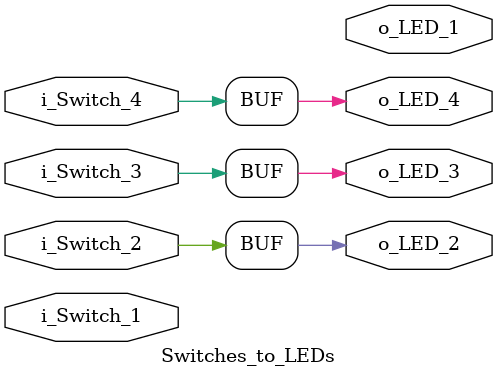
<source format=v>
module Switches_to_LEDs
	(input i_Switch_1,
	 input i_Switch_2,
	 input i_Switch_3,
	 input i_Switch_4,
	 output o_LED_1,
	 output o_LED_2,
	 output o_LED_3,
	 output o_LED_4);

//    assign o_LED_1 = i_Switch_1;
    assign o_LED_2 = i_Switch_2;
    assign o_LED_3 = i_Switch_3;
    assign o_LED_4 = i_Switch_4;

endmodule

</source>
